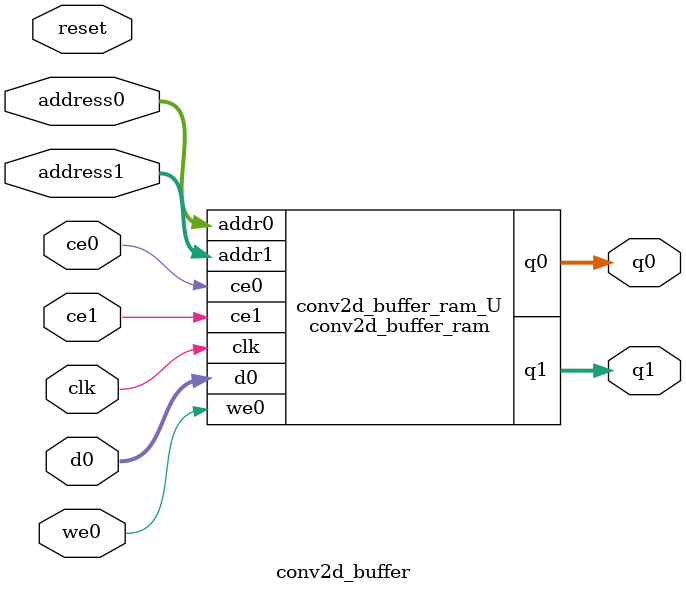
<source format=v>
`timescale 1 ns / 1 ps
module conv2d_buffer_ram (addr0, ce0, d0, we0, q0, addr1, ce1, q1,  clk);

parameter DWIDTH = 32;
parameter AWIDTH = 10;
parameter MEM_SIZE = 1024;

input[AWIDTH-1:0] addr0;
input ce0;
input[DWIDTH-1:0] d0;
input we0;
output reg[DWIDTH-1:0] q0;
input[AWIDTH-1:0] addr1;
input ce1;
output reg[DWIDTH-1:0] q1;
input clk;

(* ram_style = "block" *)reg [DWIDTH-1:0] ram[0:MEM_SIZE-1];




always @(posedge clk)  
begin 
    if (ce0) 
    begin
        if (we0) 
        begin 
            ram[addr0] <= d0; 
        end 
        q0 <= ram[addr0];
    end
end


always @(posedge clk)  
begin 
    if (ce1) 
    begin
        q1 <= ram[addr1];
    end
end


endmodule

`timescale 1 ns / 1 ps
module conv2d_buffer(
    reset,
    clk,
    address0,
    ce0,
    we0,
    d0,
    q0,
    address1,
    ce1,
    q1);

parameter DataWidth = 32'd32;
parameter AddressRange = 32'd1024;
parameter AddressWidth = 32'd10;
input reset;
input clk;
input[AddressWidth - 1:0] address0;
input ce0;
input we0;
input[DataWidth - 1:0] d0;
output[DataWidth - 1:0] q0;
input[AddressWidth - 1:0] address1;
input ce1;
output[DataWidth - 1:0] q1;



conv2d_buffer_ram conv2d_buffer_ram_U(
    .clk( clk ),
    .addr0( address0 ),
    .ce0( ce0 ),
    .we0( we0 ),
    .d0( d0 ),
    .q0( q0 ),
    .addr1( address1 ),
    .ce1( ce1 ),
    .q1( q1 ));

endmodule


</source>
